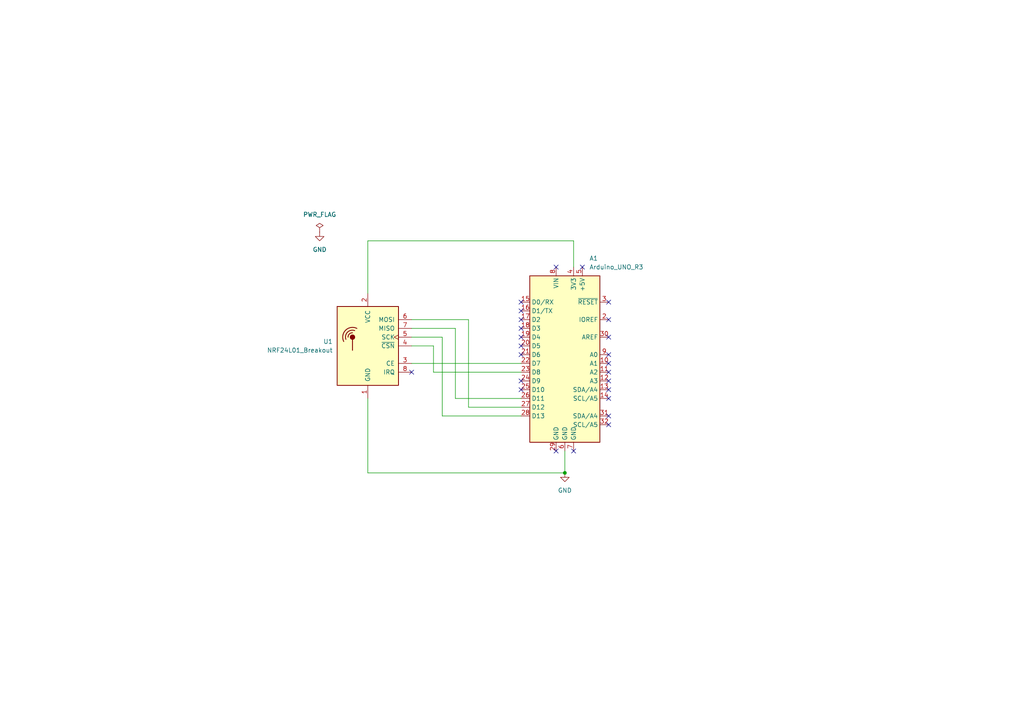
<source format=kicad_sch>
(kicad_sch (version 20211123) (generator eeschema)
  (paper "A4")
  (lib_symbols
    (symbol "MCU_Module:Arduino_UNO_R3"
      (property "Reference" "A" (at -10.16 23.495 0))
      (property "Value" "Arduino_UNO_R3" (at 5.08 -26.67 0))
      (symbol "Arduino_UNO_R3_0_1"
        (rectangle (start -10.16 22.86) (end 10.16 -25.4) (stroke (width 0.254)) (fill (type background)))
      )
      (symbol "Arduino_UNO_R3_1_1"
        (pin no_connect line (at -10.16 -20.32 0) (length 2.54) hide (name "NC") (number "1"))
        (pin bidirectional line (at 12.7 -2.54 180) (length 2.54) (name "A1") (number "10"))
        (pin bidirectional line (at 12.7 -5.08 180) (length 2.54) (name "A2") (number "11"))
        (pin bidirectional line (at 12.7 -7.62 180) (length 2.54) (name "A3") (number "12"))
        (pin bidirectional line (at 12.7 -10.16 180) (length 2.54) (name "SDA/A4") (number "13"))
        (pin bidirectional line (at 12.7 -12.7 180) (length 2.54) (name "SCL/A5") (number "14"))
        (pin bidirectional line (at -12.7 15.24 0) (length 2.54) (name "D0/RX") (number "15"))
        (pin bidirectional line (at -12.7 12.7 0) (length 2.54) (name "D1/TX") (number "16"))
        (pin bidirectional line (at -12.7 10.16 0) (length 2.54) (name "D2") (number "17"))
        (pin bidirectional line (at -12.7 7.62 0) (length 2.54) (name "D3") (number "18"))
        (pin bidirectional line (at -12.7 5.08 0) (length 2.54) (name "D4") (number "19"))
        (pin output line (at 12.7 10.16 180) (length 2.54) (name "IOREF") (number "2"))
        (pin bidirectional line (at -12.7 2.54 0) (length 2.54) (name "D5") (number "20"))
        (pin bidirectional line (at -12.7 0 0) (length 2.54) (name "D6") (number "21"))
        (pin bidirectional line (at -12.7 -2.54 0) (length 2.54) (name "D7") (number "22"))
        (pin bidirectional line (at -12.7 -5.08 0) (length 2.54) (name "D8") (number "23"))
        (pin bidirectional line (at -12.7 -7.62 0) (length 2.54) (name "D9") (number "24"))
        (pin bidirectional line (at -12.7 -10.16 0) (length 2.54) (name "D10") (number "25"))
        (pin bidirectional line (at -12.7 -12.7 0) (length 2.54) (name "D11") (number "26"))
        (pin bidirectional line (at -12.7 -15.24 0) (length 2.54) (name "D12") (number "27"))
        (pin bidirectional line (at -12.7 -17.78 0) (length 2.54) (name "D13") (number "28"))
        (pin power_in line (at -2.54 -27.94 90) (length 2.54) (name "GND") (number "29"))
        (pin input line (at 12.7 15.24 180) (length 2.54) (name "~{RESET}") (number "3"))
        (pin input line (at 12.7 5.08 180) (length 2.54) (name "AREF") (number "30"))
        (pin bidirectional line (at 12.7 -17.78 180) (length 2.54) (name "SDA/A4") (number "31"))
        (pin bidirectional line (at 12.7 -20.32 180) (length 2.54) (name "SCL/A5") (number "32"))
        (pin power_out line (at 2.54 25.4 270) (length 2.54) (name "3V3") (number "4"))
        (pin power_out line (at 5.08 25.4 270) (length 2.54) (name "+5V") (number "5"))
        (pin power_in line (at 0 -27.94 90) (length 2.54) (name "GND") (number "6"))
        (pin power_in line (at 2.54 -27.94 90) (length 2.54) (name "GND") (number "7"))
        (pin power_in line (at -2.54 25.4 270) (length 2.54) (name "VIN") (number "8"))
        (pin bidirectional line (at 12.7 0 180) (length 2.54) (name "A0") (number "9"))
      )
    )
    (symbol "RF:NRF24L01_Breakout" (pin_names (offset 1.016))
      (property "Reference" "U" (at -8.89 12.7 0))
      (property "Value" "NRF24L01_Breakout" (at 3.81 12.7 0))
      (symbol "NRF24L01_Breakout_0_1"
        (rectangle (start -8.89 11.43) (end 8.89 -11.43) (stroke (width 0.254)) (fill (type background)))
        (polyline (pts (xy 4.445 1.905) (xy 4.445 -1.27)) (stroke (width 0.254)))
        (circle (center 4.445 2.54) (radius 0.635) (stroke (width 0.254)) (fill (type outline)))
        (arc (start 5.715 2.54) (mid 5.3521 3.4546) (end 4.445 3.81) (stroke (width 0.254)))
        (arc (start 6.35 1.905) (mid 5.8763 3.9854) (end 3.81 4.445) (stroke (width 0.254)))
        (arc (start 6.985 1.27) (mid 6.453 4.548) (end 3.175 5.08) (stroke (width 0.254)))
      )
      (symbol "NRF24L01_Breakout_1_1"
        (pin power_in line (at 0 -15.24 90) (length 3.81) (name "GND") (number "1"))
        (pin power_in line (at 0 15.24 270) (length 3.81) (name "VCC") (number "2"))
        (pin input line (at -12.7 -5.08 0) (length 3.81) (name "CE") (number "3"))
        (pin input line (at -12.7 0 0) (length 3.81) (name "~{CSN}") (number "4"))
        (pin input clock (at -12.7 2.54 0) (length 3.81) (name "SCK") (number "5"))
        (pin input line (at -12.7 7.62 0) (length 3.81) (name "MOSI") (number "6"))
        (pin output line (at -12.7 5.08 0) (length 3.81) (name "MISO") (number "7"))
        (pin output line (at -12.7 -7.62 0) (length 3.81) (name "IRQ") (number "8"))
      )
    )
    (symbol "power:GND" (power) (pin_names (offset 0))
      (property "Value" "GND" (at 0 -3.81 0))
      (symbol "GND_0_1"
        (polyline (pts (xy 0 0) (xy 0 -1.27) (xy 1.27 -1.27) (xy 0 -2.54) (xy -1.27 -1.27) (xy 0 -1.27)))
      )
      (symbol "GND_1_1"
        (pin power_in line (at 0 0 270) (length 0) hide (name "GND") (number "1"))
      )
    )
    (symbol "power:PWR_FLAG" (power) (pin_numbers hide) (pin_names (offset 0) hide)
      (property "Value" "PWR_FLAG" (at 0 3.81 0))
      (symbol "PWR_FLAG_0_0"
        (pin power_out line (at 0 0 90) (length 0) (name "pwr") (number "1"))
      )
      (symbol "PWR_FLAG_0_1"
        (polyline (pts (xy 0 0) (xy 0 1.27) (xy -1.016 1.905) (xy 0 2.54) (xy 1.016 1.905) (xy 0 1.27)))
      )
    )
  )
  (junction (at 163.83 137.16))
  (no_connect (at 176.53 110.49))
  (no_connect (at 151.13 87.63))
  (no_connect (at 166.37 130.81))
  (no_connect (at 151.13 113.03))
  (no_connect (at 176.53 92.71))
  (no_connect (at 176.53 87.63))
  (no_connect (at 151.13 102.87))
  (no_connect (at 151.13 92.71))
  (no_connect (at 151.13 97.79))
  (no_connect (at 168.91 77.47))
  (no_connect (at 176.53 123.19))
  (no_connect (at 176.53 105.41))
  (no_connect (at 119.38 107.95))
  (no_connect (at 176.53 107.95))
  (no_connect (at 161.29 77.47))
  (no_connect (at 161.29 130.81))
  (no_connect (at 176.53 102.87))
  (no_connect (at 151.13 110.49))
  (no_connect (at 176.53 120.65))
  (no_connect (at 151.13 95.25))
  (no_connect (at 176.53 115.57))
  (no_connect (at 151.13 90.17))
  (no_connect (at 151.13 100.33))
  (no_connect (at 176.53 97.79))
  (no_connect (at 176.53 113.03))
  (wire (pts (xy 106.68 137.16) (xy 163.83 137.16)))
  (wire (pts (xy 119.38 92.71) (xy 135.89 92.71)))
  (wire (pts (xy 135.89 118.11) (xy 151.13 118.11)))
  (wire (pts (xy 166.37 69.85) (xy 106.68 69.85)))
  (wire (pts (xy 132.08 95.25) (xy 132.08 115.57)))
  (wire (pts (xy 119.38 95.25) (xy 132.08 95.25)))
  (wire (pts (xy 119.38 105.41) (xy 151.13 105.41)))
  (wire (pts (xy 106.68 69.85) (xy 106.68 85.09)))
  (wire (pts (xy 119.38 100.33) (xy 125.73 100.33)))
  (wire (pts (xy 128.27 97.79) (xy 128.27 120.65)))
  (wire (pts (xy 128.27 120.65) (xy 151.13 120.65)))
  (wire (pts (xy 135.89 92.71) (xy 135.89 118.11)))
  (wire (pts (xy 125.73 107.95) (xy 151.13 107.95)))
  (wire (pts (xy 125.73 100.33) (xy 125.73 107.95)))
  (wire (pts (xy 119.38 97.79) (xy 128.27 97.79)))
  (wire (pts (xy 132.08 115.57) (xy 151.13 115.57)))
  (wire (pts (xy 163.83 137.16) (xy 163.83 130.81)))
  (wire (pts (xy 166.37 77.47) (xy 166.37 69.85)))
  (wire (pts (xy 106.68 115.57) (xy 106.68 137.16)))
  (symbol (lib_id "RF:NRF24L01_Breakout") (at 106.68 100.33 0) (mirror y) (unit 1)
    (property "Reference" "U1" (at 96.52 99.0599 0) (effects (justify left)))
    (property "Value" "NRF24L01_Breakout" (at 96.52 101.5999 0) (effects (justify left)))
    (property "Footprint" "RF_Module:nRF24L01_Breakout" (effects hide))
    (property "Datasheet" "http://www.nordicsemi.com/eng/content/download/2730/34105/file/nRF24L01_Product_Specification_v2_0.pdf" (effects hide))
  )
  (symbol (lib_id "power:GND") (at 163.83 137.16 0) (unit 1)
    (property "Reference" "#PWR02" (effects hide))
    (property "Value" "GND" (at 163.83 142.24 0))
  )
  (symbol (lib_id "power:PWR_FLAG") (at 92.71 67.31 0) (unit 1)
    (property "Reference" "#FLG01" (effects hide))
    (property "Value" "PWR_FLAG" (at 92.71 62.23 0))
  )
  (symbol (lib_id "MCU_Module:Arduino_UNO_R3") (at 163.83 102.87 0) (unit 1)
    (property "Reference" "A1" (at 170.9294 74.93 0) (effects (justify left)))
    (property "Value" "Arduino_UNO_R3" (at 170.9294 77.47 0) (effects (justify left)))
    (property "Footprint" "Module:Arduino_UNO_R3" (effects hide))
    (property "Datasheet" "https://www.arduino.cc/en/Main/arduinoBoardUno" (effects hide))
  )
  (symbol (lib_id "power:GND") (at 92.71 67.31 0) (unit 1)
    (property "Reference" "#PWR01" (effects hide))
    (property "Value" "GND" (at 92.71 72.39 0))
  )
)
</source>
